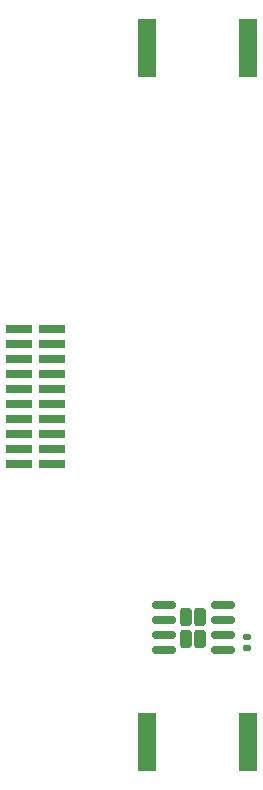
<source format=gbp>
%TF.GenerationSoftware,KiCad,Pcbnew,(6.0.1)*%
%TF.CreationDate,2022-03-10T13:17:56+01:00*%
%TF.ProjectId,XCOMMS_RF,58434f4d-4d53-45f5-9246-2e6b69636164,rev?*%
%TF.SameCoordinates,PX7ed6b40PY82a7440*%
%TF.FileFunction,Paste,Bot*%
%TF.FilePolarity,Positive*%
%FSLAX46Y46*%
G04 Gerber Fmt 4.6, Leading zero omitted, Abs format (unit mm)*
G04 Created by KiCad (PCBNEW (6.0.1)) date 2022-03-10 13:17:56*
%MOMM*%
%LPD*%
G01*
G04 APERTURE LIST*
G04 Aperture macros list*
%AMRoundRect*
0 Rectangle with rounded corners*
0 $1 Rounding radius*
0 $2 $3 $4 $5 $6 $7 $8 $9 X,Y pos of 4 corners*
0 Add a 4 corners polygon primitive as box body*
4,1,4,$2,$3,$4,$5,$6,$7,$8,$9,$2,$3,0*
0 Add four circle primitives for the rounded corners*
1,1,$1+$1,$2,$3*
1,1,$1+$1,$4,$5*
1,1,$1+$1,$6,$7*
1,1,$1+$1,$8,$9*
0 Add four rect primitives between the rounded corners*
20,1,$1+$1,$2,$3,$4,$5,0*
20,1,$1+$1,$4,$5,$6,$7,0*
20,1,$1+$1,$6,$7,$8,$9,0*
20,1,$1+$1,$8,$9,$2,$3,0*%
G04 Aperture macros list end*
%ADD10R,1.600000X4.900000*%
%ADD11R,2.220000X0.740000*%
%ADD12RoundRect,0.140000X-0.170000X0.140000X-0.170000X-0.140000X0.170000X-0.140000X0.170000X0.140000X0*%
%ADD13RoundRect,0.150000X-0.825000X-0.150000X0.825000X-0.150000X0.825000X0.150000X-0.825000X0.150000X0*%
%ADD14RoundRect,0.242500X-0.242500X-0.527500X0.242500X-0.527500X0.242500X0.527500X-0.242500X0.527500X0*%
G04 APERTURE END LIST*
D10*
%TO.C,J1*%
X15799798Y62050200D03*
X24319798Y62050200D03*
%TD*%
%TO.C,J2*%
X24319798Y3239700D03*
X15799798Y3239700D03*
%TD*%
D11*
%TO.C,J3*%
X4969998Y38230000D03*
X7699998Y38230000D03*
X4969998Y36960000D03*
X7699998Y36960000D03*
X4969998Y35690000D03*
X7699998Y35690000D03*
X4969998Y34420000D03*
X7699998Y34420000D03*
X4969998Y33150000D03*
X7699998Y33150000D03*
X4969998Y31880000D03*
X7699998Y31880000D03*
X4969998Y30610000D03*
X7699998Y30610000D03*
X4969998Y29340000D03*
X7699998Y29340000D03*
X4969998Y28070000D03*
X7699998Y28070000D03*
X4969998Y26800000D03*
X7699998Y26800000D03*
%TD*%
D12*
%TO.C,C50*%
X24200000Y11219998D03*
X24200000Y12179998D03*
%TD*%
D13*
%TO.C,U7*%
X22175000Y11030002D03*
X22175000Y12300002D03*
X22175000Y13570002D03*
X22175000Y14840002D03*
X17225000Y14840002D03*
X17225000Y13570002D03*
X17225000Y12300002D03*
X17225000Y11030002D03*
D14*
X19100000Y13885002D03*
X20300000Y11985002D03*
X20300000Y13885002D03*
X19100000Y11985002D03*
%TD*%
M02*

</source>
